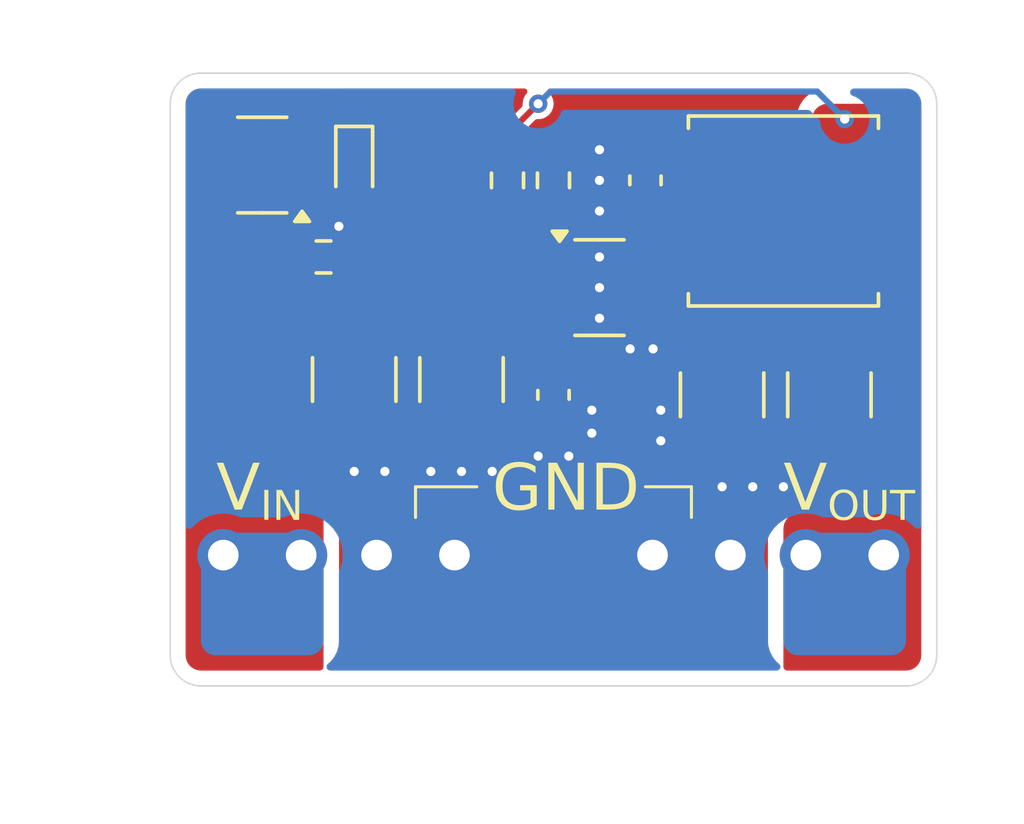
<source format=kicad_pcb>
(kicad_pcb (version 20240108) (generator "pcbnew") (generator_version "8.0")
  (layers (0 "F.Cu" signal) (31 "B.Cu" signal) (34 "B.Paste" user) (35 "F.Paste" user) (36 "B.SilkS" user "B.Silkscreen") (37 "F.SilkS" user "F.Silkscreen") (38 "B.Mask" user) (39 "F.Mask" user) (44 "Edge.Cuts" user))
  (net 0 "")
  (net 1 "GND")
  (net 2 "/LMR516x5 Converter/Vin")
  (net 3 "Net-(U1-SW)")
  (net 4 "Net-(U1-CB)")
  (net 5 "/LMR516x5 Converter/Vout")
  (net 6 "Net-(D1-A)")
  (net 7 "/Reverse Polarity Protection/IN")
  (net 8 "Net-(U1-FB)")
  (footprint "Capacitor_SMD:C_1210_3225Metric" (layer "F.Cu") (at 52 32.5 -90)
    (property "Reference" "C5" (hide yes))
    (property "Value" "10uF 50V")
    (fp_line (start -0.711252 1.36) (end 0.711252 1.36) (stroke (width 0.12)) (layer "F.SilkS"))
    (fp_line (start -0.711252 -1.36) (end 0.711252 -1.36) (stroke (width 0.12)) (layer "F.SilkS"))
    (pad "1" smd roundrect (at -1.475 0 270) (size 1.15 2.7) (layers "F.Cu" "F.Paste" "F.Mask") (roundrect_rratio 0.217391) (net 5 "/LMR516x5 Converter/Vout"))
    (pad "2" smd roundrect (at 1.475 0 270) (size 1.15 2.7) (layers "F.Cu" "F.Paste" "F.Mask") (roundrect_rratio 0.217391) (net 1 "GND"))
  )
  (footprint "Capacitor_SMD:C_0603_1608Metric" (layer "F.Cu") (at 49.5 25.5 90)
    (property "Reference" "C4" (hide yes))
    (property "Value" "0.1uF")
    (fp_line (start -0.14058 -0.51) (end 0.14058 -0.51) (stroke (width 0.12)) (layer "F.SilkS"))
    (fp_line (start -0.14058 0.51) (end 0.14058 0.51) (stroke (width 0.12)) (layer "F.SilkS"))
    (pad "1" smd roundrect (at -0.775 0 90) (size 0.9 0.95) (layers "F.Cu" "F.Paste" "F.Mask") (net 4 "Net-(U1-CB)"))
    (pad "2" smd roundrect (at 0.775 0 90) (size 0.9 0.95) (layers "F.Cu" "F.Paste" "F.Mask") (net 3 "Net-(U1-SW)") (thermal_bridge_width 0.25) (thermal_gap 0.25))
  )
  (footprint "Connector_SolderPad:EdgePad_1x1" (layer "F.Cu") (at 37 39 90)
    (property "Reference" "J1" (hide yes))
    (property "Value" "Conn_01x01_Socket")
    (pad "1" smd roundrect (at 0 0 90) (size 4 4) (layers "F.Cu" "F.Mask") (roundrect_rratio 0.12) (net 7 "/Reverse Polarity Protection/IN"))
    (pad "1" smd roundrect (at 0 0 90) (size 4 4) (layers "B.Cu" "B.Mask") (roundrect_rratio 0.12) (net 7 "/Reverse Polarity Protection/IN"))
    (pad "1" thru_hole circle (at 1.27 -1.27 90) (size 1.7 1.7) (drill 1) (layers "*.Cu" "*.Mask") (net 7 "/Reverse Polarity Protection/IN"))
    (pad "1" thru_hole circle (at 1.27 1.27 90) (size 1.7 1.7) (drill 1) (layers "*.Cu" "*.Mask") (net 7 "/Reverse Polarity Protection/IN"))
  )
  (footprint "Capacitor_SMD:C_1210_3225Metric" (layer "F.Cu") (at 43.5 32 -90)
    (property "Reference" "C1" (hide yes))
    (property "Value" "10uF 100V")
    (fp_line (start -0.711252 1.36) (end 0.711252 1.36) (stroke (width 0.12)) (layer "F.SilkS"))
    (fp_line (start -0.711252 -1.36) (end 0.711252 -1.36) (stroke (width 0.12)) (layer "F.SilkS"))
    (pad "1" smd roundrect (at -1.475 0 270) (size 1.15 2.7) (layers "F.Cu" "F.Paste" "F.Mask") (roundrect_rratio 0.217391) (net 2 "/LMR516x5 Converter/Vin"))
    (pad "2" smd roundrect (at 1.475 0 270) (size 1.15 2.7) (layers "F.Cu" "F.Paste" "F.Mask") (roundrect_rratio 0.217391) (net 1 "GND"))
  )
  (footprint "SOT:TSOT-23-6" (layer "F.Cu") (at 48 29)
    (property "Reference" "U1" (hide yes))
    (property "Value" "LMR516x5")
    (fp_line (start 0 -1.56) (end -0.8 -1.56) (stroke (width 0.12)) (layer "F.SilkS"))
    (fp_line (start 0 -1.56) (end 0.8 -1.56) (stroke (width 0.12)) (layer "F.SilkS"))
    (fp_line (start 0 1.56) (end -0.8 1.56) (stroke (width 0.12)) (layer "F.SilkS"))
    (fp_line (start 0 1.56) (end 0.8 1.56) (stroke (width 0.12)) (layer "F.SilkS"))
    (fp_poly (pts (xy -1.3 -1.51) (xy -1.54 -1.84) (xy -1.06 -1.84) (xy -1.3 -1.51)) (stroke (width 0.12)) (fill solid) (layer "F.SilkS"))
    (pad "1" smd roundrect (at -1.3 -0.95) (size 1.05 0.6) (layers "F.Cu" "F.Paste" "F.Mask") (net 8 "Net-(U1-FB)"))
    (pad "2" smd roundrect (at -1.3 0) (size 1.05 0.6) (layers "F.Cu" "F.Paste" "F.Mask") (net 2 "/LMR516x5 Converter/Vin"))
    (pad "3" smd roundrect (at -1.3 0.95) (size 1.05 0.6) (layers "F.Cu" "F.Paste" "F.Mask") (net 2 "/LMR516x5 Converter/Vin"))
    (pad "4" smd roundrect (at 1.3 0.95) (size 1.05 0.6) (layers "F.Cu" "F.Paste" "F.Mask") (net 1 "GND"))
    (pad "5" smd roundrect (at 1.3 0) (size 1.05 0.6) (layers "F.Cu" "F.Paste" "F.Mask") (net 3 "Net-(U1-SW)"))
    (pad "6" smd roundrect (at 1.3 -0.95) (size 1.05 0.6) (layers "F.Cu" "F.Paste" "F.Mask") (net 4 "Net-(U1-CB)"))
  )
  (footprint "Capacitor_SMD:C_1210_3225Metric" (layer "F.Cu") (at 55.5 32.5 -90)
    (property "Reference" "C6" (hide yes))
    (property "Value" "10uF 50V")
    (fp_line (start -0.711252 1.36) (end 0.711252 1.36) (stroke (width 0.12)) (layer "F.SilkS"))
    (fp_line (start -0.711252 -1.36) (end 0.711252 -1.36) (stroke (width 0.12)) (layer "F.SilkS"))
    (pad "1" smd roundrect (at -1.475 0 270) (size 1.15 2.7) (layers "F.Cu" "F.Paste" "F.Mask") (roundrect_rratio 0.217391) (net 5 "/LMR516x5 Converter/Vout"))
    (pad "2" smd roundrect (at 1.475 0 270) (size 1.15 2.7) (layers "F.Cu" "F.Paste" "F.Mask") (roundrect_rratio 0.217391) (net 1 "GND"))
  )
  (footprint "SOT:D_SOD-523" (layer "F.Cu") (at 40 25 -90)
    (property "Reference" "D1" (hide yes))
    (property "Value" "MM5Z5V1T5GF")
    (fp_line (start 0.7 0.6) (end -1.26 0.6) (stroke (width 0.12)) (layer "F.SilkS"))
    (fp_line (start -1.26 -0.6) (end -1.26 0.6) (stroke (width 0.12)) (layer "F.SilkS"))
    (fp_line (start 0.7 -0.6) (end -1.26 -0.6) (stroke (width 0.12)) (layer "F.SilkS"))
    (pad "1" smd roundrect (at -0.7 0 90) (size 0.5 0.6) (layers "F.Cu" "F.Paste" "F.Mask") (net 2 "/LMR516x5 Converter/Vin"))
    (pad "2" smd roundrect (at 0.7 0 90) (size 0.5 0.6) (layers "F.Cu" "F.Paste" "F.Mask") (net 6 "Net-(D1-A)"))
  )
  (footprint "Connector_SolderPad:EdgePad_1x1" (layer "F.Cu") (at 42 39 90)
    (property "Reference" "J2" (hide yes))
    (property "Value" "Conn_01x01_Socket")
    (pad "1" smd roundrect (at 0 0 90) (size 4 4) (layers "F.Cu" "F.Mask") (roundrect_rratio 0.12) (net 1 "GND"))
    (pad "1" smd roundrect (at 0 0 90) (size 4 4) (layers "B.Cu" "B.Mask") (roundrect_rratio 0.12) (net 1 "GND"))
    (pad "1" thru_hole circle (at 1.27 -1.27 90) (size 1.7 1.7) (drill 1) (layers "*.Cu" "*.Mask") (net 1 "GND"))
    (pad "1" thru_hole circle (at 1.27 1.27 90) (size 1.7 1.7) (drill 1) (layers "*.Cu" "*.Mask") (net 1 "GND"))
  )
  (footprint "Resistor_SMD:R_0603_1608Metric" (layer "F.Cu") (at 46.5 25.5 90)
    (property "Reference" "R3" (hide yes))
    (property "Value" "10k")
    (fp_line (start -0.237258 -0.5225) (end 0.237258 -0.5225) (stroke (width 0.12)) (layer "F.SilkS"))
    (fp_line (start -0.237258 0.5225) (end 0.237258 0.5225) (stroke (width 0.12)) (layer "F.SilkS"))
    (pad "1" smd roundrect (at -0.825 0 90) (size 0.8 0.95) (layers "F.Cu" "F.Paste" "F.Mask") (net 8 "Net-(U1-FB)"))
    (pad "2" smd roundrect (at 0.825 0 90) (size 0.8 0.95) (layers "F.Cu" "F.Paste" "F.Mask") (net 1 "GND") (thermal_bridge_width 0.2) (thermal_gap 0.2))
  )
  (footprint "Connector_SolderPad:EdgePad_1x1" (layer "F.Cu") (at 51 39 90)
    (property "Reference" "J4" (hide yes))
    (property "Value" "Conn_01x01_Socket")
    (pad "1" smd roundrect (at 0 0 90) (size 4 4) (layers "F.Cu" "F.Mask") (roundrect_rratio 0.12) (net 1 "GND"))
    (pad "1" smd roundrect (at 0 0 90) (size 4 4) (layers "B.Cu" "B.Mask") (roundrect_rratio 0.12) (net 1 "GND"))
    (pad "1" thru_hole circle (at 1.27 -1.27 90) (size 1.7 1.7) (drill 1) (layers "*.Cu" "*.Mask") (net 1 "GND"))
    (pad "1" thru_hole circle (at 1.27 1.27 90) (size 1.7 1.7) (drill 1) (layers "*.Cu" "*.Mask") (net 1 "GND"))
  )
  (footprint "Inductor:L_TDK_VLS6045EX_VLS6045AF" (layer "F.Cu") (at 54 26.5)
    (property "Reference" "L1" (hide yes))
    (property "Value" "6.8uH")
    (fp_line (start -3.1 -3.1) (end -3.1 -2.7) (stroke (width 0.12)) (layer "F.SilkS"))
    (fp_line (start -3.1 -3.1) (end 3.1 -3.1) (stroke (width 0.12)) (layer "F.SilkS"))
    (fp_line (start -3.1 3.1) (end -3.1 2.7) (stroke (width 0.12)) (layer "F.SilkS"))
    (fp_line (start -3.1 3.1) (end 3.1 3.1) (stroke (width 0.12)) (layer "F.SilkS"))
    (fp_line (start 3.1 -3.1) (end 3.1 -2.7) (stroke (width 0.12)) (layer "F.SilkS"))
    (fp_line (start 3.1 3.1) (end 3.1 2.7) (stroke (width 0.12)) (layer "F.SilkS"))
    (pad "1" smd roundrect (at -2.1 0) (size 1.9 5.1) (layers "F.Cu" "F.Paste" "F.Mask") (net 3 "Net-(U1-SW)"))
    (pad "2" smd roundrect (at 2.1 0) (size 1.9 5.1) (layers "F.Cu" "F.Paste" "F.Mask") (net 5 "/LMR516x5 Converter/Vout"))
  )
  (footprint "SOT:SOT-23F" (layer "F.Cu") (at 37 25 180)
    (property "Reference" "Q1" (hide yes))
    (property "Value" "Q_Toshiba_SSM3J351R")
    (fp_line (start 0 1.56) (end 0.8 1.56) (stroke (width 0.12)) (layer "F.SilkS"))
    (fp_line (start 0 1.56) (end -0.8 1.56) (stroke (width 0.12)) (layer "F.SilkS"))
    (fp_line (start 0 -1.56) (end 0.8 -1.56) (stroke (width 0.12)) (layer "F.SilkS"))
    (fp_line (start 0 -1.56) (end -0.8 -1.56) (stroke (width 0.12)) (layer "F.SilkS"))
    (fp_poly (pts (xy -1.3 -1.51) (xy -1.54 -1.84) (xy -1.06 -1.84) (xy -1.3 -1.51)) (stroke (width 0.12)) (fill solid) (layer "F.SilkS"))
    (pad "1" smd roundrect (at -1.1 -0.95 180) (size 0.9 0.8) (layers "F.Cu" "F.Paste" "F.Mask") (net 6 "Net-(D1-A)"))
    (pad "2" smd roundrect (at -1.1 0.95 180) (size 0.9 0.8) (layers "F.Cu" "F.Paste" "F.Mask") (net 2 "/LMR516x5 Converter/Vin"))
    (pad "3" smd roundrect (at 1.1 0 180) (size 0.9 0.8) (layers "F.Cu" "F.Paste" "F.Mask") (net 7 "/Reverse Polarity Protection/IN"))
  )
  (footprint "Connector_SolderPad:EdgePad_1x1" (layer "F.Cu") (at 56 39 90)
    (property "Reference" "J3" (hide yes))
    (property "Value" "Conn_01x01_Socket")
    (pad "1" smd roundrect (at 0 0 90) (size 4 4) (layers "F.Cu" "F.Mask") (roundrect_rratio 0.12) (net 5 "/LMR516x5 Converter/Vout"))
    (pad "1" smd roundrect (at 0 0 90) (size 4 4) (layers "B.Cu" "B.Mask") (roundrect_rratio 0.12) (net 5 "/LMR516x5 Converter/Vout"))
    (pad "1" thru_hole circle (at 1.27 -1.27 90) (size 1.7 1.7) (drill 1) (layers "*.Cu" "*.Mask") (net 5 "/LMR516x5 Converter/Vout"))
    (pad "1" thru_hole circle (at 1.27 1.27 90) (size 1.7 1.7) (drill 1) (layers "*.Cu" "*.Mask") (net 5 "/LMR516x5 Converter/Vout"))
  )
  (footprint "Resistor_SMD:R_0603_1608Metric" (layer "F.Cu") (at 39 28)
    (property "Reference" "R1" (hide yes))
    (property "Value" "100k")
    (fp_line (start -0.237258 -0.5225) (end 0.237258 -0.5225) (stroke (width 0.12)) (layer "F.SilkS"))
    (fp_line (start -0.237258 0.5225) (end 0.237258 0.5225) (stroke (width 0.12)) (layer "F.SilkS"))
    (pad "1" smd roundrect (at -0.825 0) (size 0.8 0.95) (layers "F.Cu" "F.Paste" "F.Mask") (net 6 "Net-(D1-A)"))
    (pad "2" smd roundrect (at 0.825 0) (size 0.8 0.95) (layers "F.Cu" "F.Paste" "F.Mask") (net 1 "GND"))
  )
  (footprint "Capacitor_SMD:C_0603_1608Metric" (layer "F.Cu") (at 46.5 32.5 -90)
    (property "Reference" "C3" (hide yes))
    (property "Value" "0.1uF")
    (fp_line (start -0.14058 0.51) (end 0.14058 0.51) (stroke (width 0.12)) (layer "F.SilkS"))
    (fp_line (start -0.14058 -0.51) (end 0.14058 -0.51) (stroke (width 0.12)) (layer "F.SilkS"))
    (pad "1" smd roundrect (at -0.775 0 270) (size 0.9 0.95) (layers "F.Cu" "F.Paste" "F.Mask") (net 2 "/LMR516x5 Converter/Vin"))
    (pad "2" smd roundrect (at 0.775 0 270) (size 0.9 0.95) (layers "F.Cu" "F.Paste" "F.Mask") (net 1 "GND"))
  )
  (footprint "Capacitor_SMD:C_1210_3225Metric" (layer "F.Cu") (at 40 32 -90)
    (property "Reference" "C2" (hide yes))
    (property "Value" "10uF 100V")
    (fp_line (start -0.711252 1.36) (end 0.711252 1.36) (stroke (width 0.12)) (layer "F.SilkS"))
    (fp_line (start -0.711252 -1.36) (end 0.711252 -1.36) (stroke (width 0.12)) (layer "F.SilkS"))
    (pad "1" smd roundrect (at -1.475 0 270) (size 1.15 2.7) (layers "F.Cu" "F.Paste" "F.Mask") (roundrect_rratio 0.217391) (net 2 "/LMR516x5 Converter/Vin"))
    (pad "2" smd roundrect (at 1.475 0 270) (size 1.15 2.7) (layers "F.Cu" "F.Paste" "F.Mask") (roundrect_rratio 0.217391) (net 1 "GND"))
  )
  (footprint "SMD:0603_1608Metric_DNI_NoPaste" (layer "F.Cu") (at 45 25.5 -90)
    (property "Reference" "R2" (hide yes))
    (property "Value" "Vchoice")
    (fp_line (start -0.237258 0.5225) (end 0.237258 0.5225) (stroke (width 0.12)) (layer "F.SilkS"))
    (fp_line (start -0.237258 -0.5225) (end 0.237258 -0.5225) (stroke (width 0.12)) (layer "F.SilkS"))
    (pad "1" smd roundrect (at -0.825 0 270) (size 0.8 0.95) (layers "F.Cu" "F.Mask") (net 5 "/LMR516x5 Converter/Vout"))
    (pad "2" smd roundrect (at 0.825 0 270) (size 0.8 0.95) (layers "F.Cu" "F.Mask") (net 8 "Net-(U1-FB)") (thermal_bridge_width 0.2) (thermal_gap 0.2))
  )
  (gr_line (start 44 35.5) (end 42 35.5) (stroke (width 0.1)) (layer "F.SilkS"))
  (gr_line (start 49.5 35.5) (end 51 35.5) (stroke (width 0.1)) (layer "F.SilkS"))
  (gr_line (start 42 35.5) (end 42 36.5) (stroke (width 0.1)) (layer "F.SilkS"))
  (gr_line (start 51 35.5) (end 51 36.5) (stroke (width 0.1)) (layer "F.SilkS"))
  (gr_line (start 59 23) (end 59 41) (stroke (width 0.05)) (layer "Edge.Cuts"))
  (gr_arc (start 59 41) (mid 58.707107 41.707107) (end 58 42) (stroke (width 0.05)) (layer "Edge.Cuts"))
  (gr_arc (start 58 22) (mid 58.707107 22.292893) (end 59 23) (stroke (width 0.05)) (layer "Edge.Cuts"))
  (gr_line (start 35 22) (end 58 22) (stroke (width 0.05)) (layer "Edge.Cuts"))
  (gr_arc (start 34 23) (mid 34.292893 22.292893) (end 35 22) (stroke (width 0.05)) (layer "Edge.Cuts"))
  (gr_line (start 34 41) (end 34 23) (stroke (width 0.05)) (layer "Edge.Cuts"))
  (gr_arc (start 35 42) (mid 34.292893 41.707107) (end 34 41) (stroke (width 0.05)) (layer "Edge.Cuts"))
  (gr_line (start 58 42) (end 35 42) (stroke (width 0.05)) (layer "Edge.Cuts"))
  (gr_text "GND" (at 44.5 36.5 0) (layer "F.SilkS") (effects (font (size 1.5 1.5) (thickness 0.1)) (justify left bottom)))
  (gr_text "V_{OUT}" (at 54 36.5 0) (layer "F.SilkS") (effects (font (size 1.5 1.5) (thickness 0.1)) (justify left bottom)))
  (gr_text "V_{IN}" (at 35.5 36.5 0) (layer "F.SilkS") (effects (font (size 1.5 1.5) (thickness 0.1)) (justify left bottom)))
  (via (at 47.75 33.75) (size 0.6) (drill 0.3) (layers "F.Cu" "B.Cu") (net 1))
  (via (at 47 34.5) (size 0.6) (drill 0.3) (layers "F.Cu" "B.Cu") (net 1))
  (via (at 46 34.5) (size 0.6) (drill 0.3) (layers "F.Cu" "B.Cu") (net 1))
  (via (at 52 35.5) (size 0.6) (drill 0.3) (layers "F.Cu" "B.Cu") (net 1))
  (via (at 41 35) (size 0.6) (drill 0.3) (layers "F.Cu" "B.Cu") (net 1))
  (via (at 53 35.5) (size 0.6) (drill 0.3) (layers "F.Cu" "B.Cu") (net 1))
  (via (at 48 26.5) (size 0.6) (drill 0.3) (layers "F.Cu" "B.Cu") (net 1))
  (via (at 48 24.5) (size 0.6) (drill 0.3) (layers "F.Cu" "B.Cu") (net 1))
  (via (at 49 31) (size 0.6) (drill 0.3) (layers "F.Cu" "B.Cu") (net 1))
  (via (at 40 35) (size 0.6) (drill 0.3) (layers "F.Cu" "B.Cu") (net 1))
  (via (at 47.75 33) (size 0.6) (drill 0.3) (layers "F.Cu" "B.Cu") (net 1))
  (via (at 42.5 35) (size 0.6) (drill 0.3) (layers "F.Cu" "B.Cu") (net 1))
  (via (at 48 30) (size 0.6) (drill 0.3) (layers "F.Cu" "B.Cu") (net 1))
  (via (at 48 29) (size 0.6) (drill 0.3) (layers "F.Cu" "B.Cu") (net 1))
  (via (at 39.5 27) (size 0.6) (drill 0.3) (layers "F.Cu" "B.Cu") (net 1))
  (via (at 48 25.5) (size 0.6) (drill 0.3) (layers "F.Cu" "B.Cu") (net 1))
  (via (at 43.5 35) (size 0.6) (drill 0.3) (layers "F.Cu" "B.Cu") (net 1))
  (via (at 48 28) (size 0.6) (drill 0.3) (layers "F.Cu" "B.Cu") (net 1))
  (via (at 50 33) (size 0.6) (drill 0.3) (layers "F.Cu" "B.Cu") (net 1))
  (via (at 54 35.5) (size 0.6) (drill 0.3) (layers "F.Cu" "B.Cu") (net 1))
  (via (at 50 34) (size 0.6) (drill 0.3) (layers "F.Cu" "B.Cu") (net 1))
  (via (at 44.5 35) (size 0.6) (drill 0.3) (layers "F.Cu" "B.Cu") (net 1))
  (via (at 49.75 31) (size 0.6) (drill 0.3) (layers "F.Cu" "B.Cu") (net 1))
  (segment (start 49.3 28.05) (end 49.3 26.475) (width 0.5) (layer "F.Cu") (net 4))
  (segment (start 49.3 26.475) (end 49.5 26.275) (width 0.5) (layer "F.Cu") (net 4))
  (segment (start 45 24.675) (end 45 24) (width 0.2) (layer "F.Cu") (net 5))
  (segment (start 45 24) (end 46 23) (width 0.2) (layer "F.Cu") (net 5))
  (via (at 46 23) (size 0.6) (drill 0.3) (layers "F.Cu" "B.Cu") (net 5))
  (via (at 56 23.5) (size 0.6) (drill 0.3) (layers "F.Cu" "B.Cu") (net 5))
  (segment (start 46.4 22.6) (end 55.1 22.6) (width 0.2) (layer "B.Cu") (net 5))
  (segment (start 55.1 22.6) (end 56 23.5) (width 0.2) (layer "B.Cu") (net 5))
  (segment (start 46 23) (end 46.4 22.6) (width 0.2) (layer "B.Cu") (net 5))
  (segment (start 38.1 25.95) (end 38.1 27.925) (width 0.2) (layer "F.Cu") (net 6))
  (segment (start 40 25.7) (end 38.35 25.7) (width 0.2) (layer "F.Cu") (net 6))
  (segment (start 38.1 27.925) (end 38.175 28) (width 0.2) (layer "F.Cu") (net 6))
  (segment (start 38.35 25.7) (end 38.1 25.95) (width 0.2) (layer "F.Cu") (net 6))
  (zone (net 5) (net_name "/LMR516x5 Converter/Vout") (layer "F.Cu") (priority 3) (connect_pads yes (clearance 0.5)) (min_thickness 0.25) (fill yes (thermal_gap 0.5) (thermal_bridge_width 0.5) (smoothing fillet) (radius 0.5))
    (polygon (pts (xy 55 23) (xy 54 30) (xy 51 30) (xy 51 32) (xy 57 33) (xy 57 35.5) (xy 54 36.5) (xy 54 42) (xy 59 42) (xy 59 23)))
  )
  (zone (net 1) (net_name "GND") (layer "F.Cu") (priority 2) (connect_pads yes (clearance 0.2)) (min_thickness 0.2) (fill yes (thermal_gap 0.2) (thermal_bridge_width 0.2) (smoothing fillet) (radius 0.5))
    (polygon (pts (xy 34 22) (xy 34 42) (xy 59 42) (xy 59 22)))
  )
  (zone (net 7) (net_name "/Reverse Polarity Protection/IN") (layer "F.Cu") (priority 3) (connect_pads yes (clearance 0.5)) (min_thickness 0.25) (fill yes (thermal_gap 0.5) (thermal_bridge_width 0.5) (smoothing fillet) (radius 0.5))
    (polygon (pts (xy 34 42) (xy 34 22) (xy 39 22) (xy 39 42)))
  )
  (zone (net 8) (net_name "Net-(U1-FB)") (layer "F.Cu") (priority 3) (connect_pads yes (clearance 0.2)) (min_thickness 0.25) (fill yes (thermal_gap 0.2) (thermal_bridge_width 0.25) (smoothing fillet) (radius 0.5))
    (polygon (pts (xy 44.5 26) (xy 44.5 28.5) (xy 46 28.5) (xy 47 28.5) (xy 47 26)))
  )
  (zone (net 3) (net_name "Net-(U1-SW)") (layer "F.Cu") (priority 4) (connect_pads yes (clearance 0.2)) (min_thickness 0.2) (fill yes (thermal_gap 0.2) (thermal_bridge_width 0.2) (smoothing fillet) (radius 0.5))
    (polygon (pts (xy 49 29.5) (xy 53 29.5) (xy 53 24) (xy 49 24) (xy 49 25.75) (xy 50 25.75) (xy 50 28.5) (xy 49 28.5)))
  )
  (zone (net 2) (net_name "/LMR516x5 Converter/Vin") (layer "F.Cu") (priority 4) (connect_pads yes (clearance 0.5)) (min_thickness 0.25) (fill yes (thermal_gap 0.5) (thermal_bridge_width 0.5) (smoothing fillet) (radius 0.5))
    (polygon (pts (xy 47 28.5) (xy 44.5 28.5) (xy 42 23.5) (xy 37.5 23.5) (xy 37.5 25) (xy 40.5 25) (xy 40.5 28.5) (xy 38.5 29.5) (xy 38.5 32) (xy 45 32) (xy 45.5 32.5) (xy 47 32.5)))
  )
  (zone (net 1) (net_name "GND") (layer "B.Cu") (connect_pads yes (clearance 0.5)) (min_thickness 0.25) (fill yes (thermal_gap 0.5) (thermal_bridge_width 0.5) (smoothing fillet) (radius 0.5))
    (polygon (pts (xy 34 42) (xy 34 22) (xy 59 22) (xy 59 42)))
  )
)
</source>
